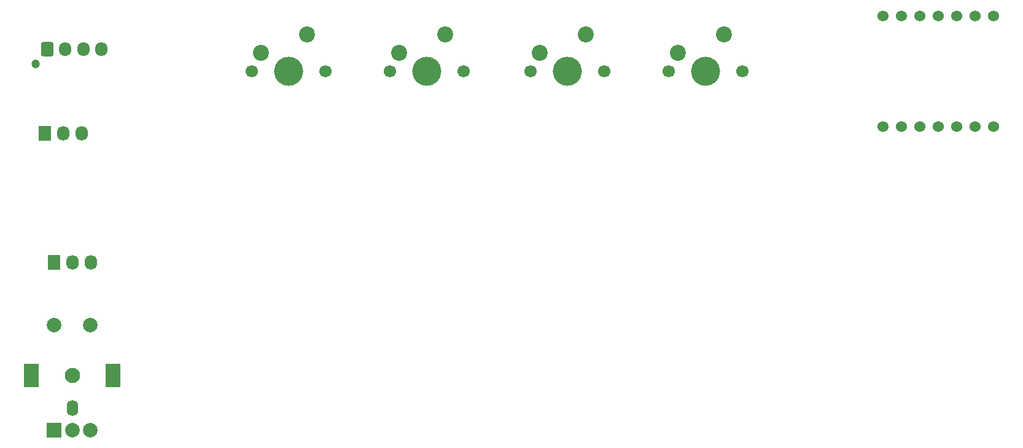
<source format=gbr>
%TF.GenerationSoftware,KiCad,Pcbnew,9.0.2*%
%TF.CreationDate,2025-11-21T15:49:55+05:30*%
%TF.ProjectId,Handpad,48616e64-7061-4642-9e6b-696361645f70,rev?*%
%TF.SameCoordinates,Original*%
%TF.FileFunction,Soldermask,Bot*%
%TF.FilePolarity,Negative*%
%FSLAX46Y46*%
G04 Gerber Fmt 4.6, Leading zero omitted, Abs format (unit mm)*
G04 Created by KiCad (PCBNEW 9.0.2) date 2025-11-21 15:49:55*
%MOMM*%
%LPD*%
G01*
G04 APERTURE LIST*
G04 Aperture macros list*
%AMRoundRect*
0 Rectangle with rounded corners*
0 $1 Rounding radius*
0 $2 $3 $4 $5 $6 $7 $8 $9 X,Y pos of 4 corners*
0 Add a 4 corners polygon primitive as box body*
4,1,4,$2,$3,$4,$5,$6,$7,$8,$9,$2,$3,0*
0 Add four circle primitives for the rounded corners*
1,1,$1+$1,$2,$3*
1,1,$1+$1,$4,$5*
1,1,$1+$1,$6,$7*
1,1,$1+$1,$8,$9*
0 Add four rect primitives between the rounded corners*
20,1,$1+$1,$2,$3,$4,$5,0*
20,1,$1+$1,$4,$5,$6,$7,0*
20,1,$1+$1,$6,$7,$8,$9,0*
20,1,$1+$1,$8,$9,$2,$3,0*%
G04 Aperture macros list end*
%ADD10O,1.600000X2.200000*%
%ADD11C,2.100000*%
%ADD12R,2.000000X2.000000*%
%ADD13C,2.000000*%
%ADD14R,2.000000X3.200000*%
%ADD15R,1.730000X2.030000*%
%ADD16O,1.730000X2.030000*%
%ADD17C,1.200000*%
%ADD18RoundRect,0.250000X-0.600000X-0.725000X0.600000X-0.725000X0.600000X0.725000X-0.600000X0.725000X0*%
%ADD19O,1.700000X1.950000*%
%ADD20C,1.700000*%
%ADD21C,4.000000*%
%ADD22C,2.200000*%
%ADD23C,1.524000*%
G04 APERTURE END LIST*
D10*
%TO.C,SW3*%
X86360000Y-144200000D03*
D11*
X86360000Y-139700000D03*
D12*
X83860000Y-147200000D03*
D13*
X88860000Y-147200000D03*
X86360000Y-147200000D03*
D14*
X80760000Y-139700000D03*
X91960000Y-139700000D03*
D13*
X88860000Y-132700000D03*
X83860000Y-132700000D03*
%TD*%
D15*
%TO.C,J3*%
X82540000Y-106305000D03*
D16*
X85080000Y-106305000D03*
X87620000Y-106305000D03*
%TD*%
D17*
%TO.C,J1*%
X81280000Y-96725000D03*
D18*
X82880000Y-94725000D03*
D19*
X85380000Y-94725000D03*
X87880000Y-94725000D03*
X90380000Y-94725000D03*
%TD*%
D20*
%TO.C,SW4*%
X149550000Y-97790000D03*
D21*
X154630000Y-97790000D03*
D20*
X159710000Y-97790000D03*
D22*
X157170000Y-92710000D03*
X150820000Y-95250000D03*
%TD*%
D20*
%TO.C,SW5*%
X130175000Y-97790000D03*
D21*
X135255000Y-97790000D03*
D20*
X140335000Y-97790000D03*
D22*
X137795000Y-92710000D03*
X131445000Y-95250000D03*
%TD*%
D15*
%TO.C,J2*%
X83810000Y-124085000D03*
D16*
X86350000Y-124085000D03*
X88890000Y-124085000D03*
%TD*%
D20*
%TO.C,SW6*%
X111125000Y-97790000D03*
D21*
X116205000Y-97790000D03*
D20*
X121285000Y-97790000D03*
D22*
X118745000Y-92710000D03*
X112395000Y-95250000D03*
%TD*%
D23*
%TO.C,U1*%
X213360000Y-90170000D03*
X210820000Y-90170000D03*
X208280000Y-90170000D03*
X205740000Y-90170000D03*
X203200000Y-90170000D03*
X200660000Y-90170000D03*
X198120000Y-90170000D03*
X198120000Y-105410000D03*
X200660000Y-105410000D03*
X203200000Y-105410000D03*
X205740000Y-105410000D03*
X208280000Y-105410000D03*
X210820000Y-105410000D03*
X213360000Y-105410000D03*
%TD*%
D20*
%TO.C,SW1*%
X168600000Y-97790000D03*
D21*
X173680000Y-97790000D03*
D20*
X178760000Y-97790000D03*
D22*
X176220000Y-92710000D03*
X169870000Y-95250000D03*
%TD*%
M02*

</source>
